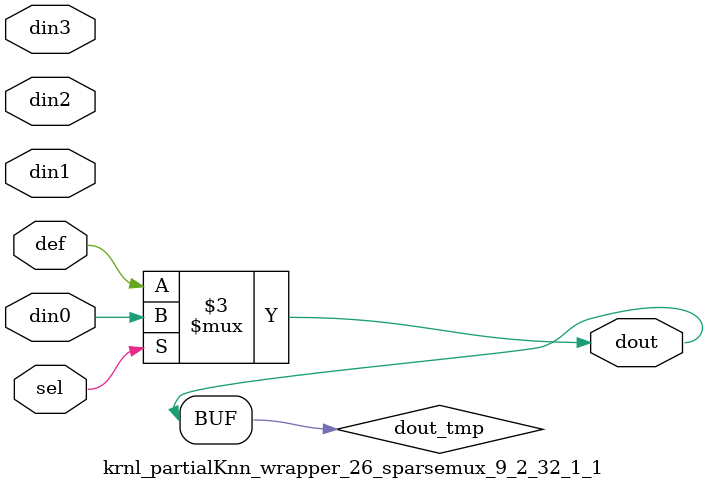
<source format=v>
`timescale 1ns / 1ps

module krnl_partialKnn_wrapper_26_sparsemux_9_2_32_1_1 (din0,din1,din2,din3,def,sel,dout);

parameter din0_WIDTH = 1;

parameter din1_WIDTH = 1;

parameter din2_WIDTH = 1;

parameter din3_WIDTH = 1;

parameter def_WIDTH = 1;
parameter sel_WIDTH = 1;
parameter dout_WIDTH = 1;

parameter [sel_WIDTH-1:0] CASE0 = 1;

parameter [sel_WIDTH-1:0] CASE1 = 1;

parameter [sel_WIDTH-1:0] CASE2 = 1;

parameter [sel_WIDTH-1:0] CASE3 = 1;

parameter ID = 1;
parameter NUM_STAGE = 1;



input [din0_WIDTH-1:0] din0;

input [din1_WIDTH-1:0] din1;

input [din2_WIDTH-1:0] din2;

input [din3_WIDTH-1:0] din3;

input [def_WIDTH-1:0] def;
input [sel_WIDTH-1:0] sel;

output [dout_WIDTH-1:0] dout;



reg [dout_WIDTH-1:0] dout_tmp;

always @ (*) begin
case (sel)
    
    CASE0 : dout_tmp = din0;
    
    CASE1 : dout_tmp = din1;
    
    CASE2 : dout_tmp = din2;
    
    CASE3 : dout_tmp = din3;
    
    default : dout_tmp = def;
endcase
end


assign dout = dout_tmp;



endmodule

</source>
